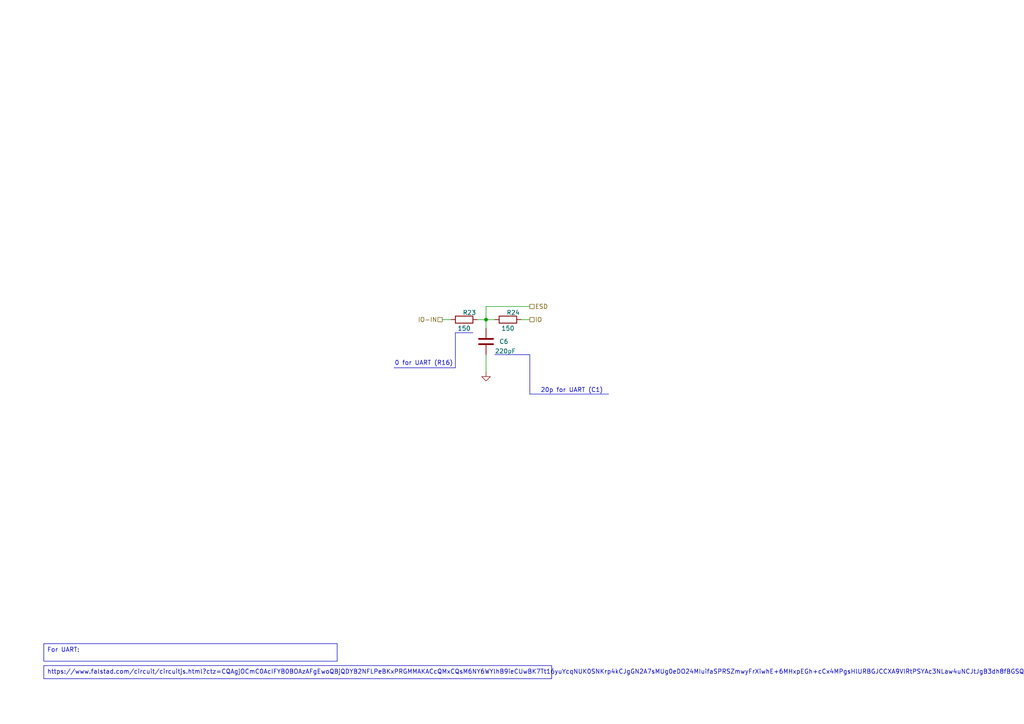
<source format=kicad_sch>
(kicad_sch (version 20250114) (generator "eeschema") (generator_version "9.0")
  (paper "A4")
  (lib_symbols
    (symbol "Device:C" (pin_numbers (hide yes)) (pin_names (offset 0.254))
      (property "Reference" "C" (at 0.635 2.54 0))
      (property "Value" "C" (at 0.635 -2.54 0))
      (symbol "C_0_1"
        (polyline (pts (xy -2.032 0.762) (xy 2.032 0.762)) (stroke (width 0.508)))
        (polyline (pts (xy -2.032 -0.762) (xy 2.032 -0.762)) (stroke (width 0.508)))
      )
      (symbol "C_1_1"
        (pin passive line (at 0 3.81 270) (length 2.794) (name "~") (number "1"))
        (pin passive line (at 0 -3.81 90) (length 2.794) (name "~") (number "2"))
      )
    )
    (symbol "Device:R" (pin_numbers (hide yes)) (pin_names (offset 0))
      (property "Reference" "R" (at 2.032 0 90))
      (property "Value" "R" (at 0 0 90))
      (symbol "R_0_1"
        (rectangle (start -1.016 -2.54) (end 1.016 2.54) (stroke (width 0.254)))
      )
      (symbol "R_1_1"
        (pin passive line (at 0 3.81 270) (length 1.27) (name "~") (number "1"))
        (pin passive line (at 0 -3.81 90) (length 1.27) (name "~") (number "2"))
      )
    )
    (symbol "power:GND" (power) (pin_numbers (hide yes)) (pin_names (offset 0) (hide yes))
      (property "Value" "GND" (at 0 -3.81 0))
      (symbol "GND_0_1"
        (polyline (pts (xy 0 0) (xy 0 -1.27) (xy 1.27 -1.27) (xy 0 -2.54) (xy -1.27 -1.27) (xy 0 -1.27)))
      )
      (symbol "GND_1_1"
        (pin power_in line (at 0 0 270) (length 0) (name "~") (number "1"))
      )
    )
  )
  (text "0 for UART (R16)" (at 122.936 105.41 0) (effects (font (size 1.27 1.27))))
  (text "20p for UART (C1)" (at 165.862 113.284 0) (effects (font (size 1.27 1.27))))
  (text_box "https://www.falstad.com/circuit/circuitjs.html?ctz=CQAgjOCmC0AcIFYB0BOAzAFgEwoQBjQDYB2NFLPeBKxPRGMMAKACcQMxCQsM6NY6WYlhB9ieCUwBK7Tt16yuYcqNUK0SNKrp4kCJgGN2A7sMUg0eDO24MIuifaSPRSZmwyFrXiwhE+6MHxpEGh+cCx4MPgsHlURBGJCCXA9VIRtPSYAc3NLaw4uNCJtJgB3dh8fBGSQAPK6uKq4oRE8BsIWs06C+tzC9hQuAb94HUNjPh8BjCGbLDtXFwc8J2YZGbQRAbRYax12Og0tA919DzkMLcnK-fZxSQuuHpvCGrUH9o25F5Gk7UOFk0ALOE34dDewx+sHg1gW0EYS1WSLWOXMhBh5mEpw6cU83ia73aTxAsEuJj2Y3uEi+5jJUK4SSpfCOwNOWSM4NJ4QGML4tgRTmWzmRumY-TkfPMKDAbVEuO87xelPlJLAElhJnVCjENJCA3VlGltQO6jZmX0nK1Vj4cnVZjhixWQtFblYN21ELintUQXaEqUeAddu1pQqyvCLx97SMaD8dWscZEYAwBQFiOdKPluST4FTvmTKnGvC0xD2pMCsCaRqOAH0MLW8LXZQgMAhGyLVh2aWBawja1ha2ghw1WtyYmZo6OzCqx5D5RU5+8x-j5QBlcC1MfXMeBEAAMwAhgAbADOkHiaJ3mOuxS44xkO-e1zA-1NrJOFqYp9M2x8Y93VQjzPSBv03QQzAAsw92A88mH3UJ8lCCgokYERoBQiw2iQT4aTwvChSwNEU2sEi8zhGsF3I8BZWo+o2FzI54wCalJEfeMmPQ8J3yBT8dCyAAHEBSC4OA6BE4wLABQ18I6TExOEkoFP9RThngCS0LDRpvAJaxlLkqITBefSZBqOhoGqWpoDmHjjhBLI2DM0JLPMuRAjwhonIRLgnPqAAXCsIngMjZSpexfRSAATSAjwAV2PPz3S1SJQnCUL4goBplHQzDdj02J9k82pmh01Vf3AG0PUqwJgjYMcVS5FUauJG4VQjMLavK+cuXnZr3R6pVCXvcBOpXaYTFXPqPAmkrbl9TqyJ8XMWL9fqTDnLo5VWurIIddboJG9oAHtuE3KTeBQGgHAyOgMkTU7BHOm6mCAA" (at 12.7 193.04 0) (size 147.32 3.81) (margins 0.9525 0.9525 0.9525 0.9525) (effects (font (size 1.27 1.27)) (justify left top)))
  (text_box "For UART:" (at 12.7 186.69 0) (size 85.09 5.08) (margins 0.9525 0.9525 0.9525 0.9525) (effects (font (size 1.27 1.27)) (justify left top)))
  (junction (at 140.97 92.71))
  (polyline (pts (xy 153.67 102.87) (xy 153.67 114.3)))
  (polyline (pts (xy 143.51 102.87) (xy 153.67 102.87)))
  (wire (pts (xy 140.97 88.9) (xy 153.67 88.9)))
  (wire (pts (xy 140.97 88.9) (xy 140.97 92.71)))
  (wire (pts (xy 140.97 102.87) (xy 140.97 107.95)))
  (wire (pts (xy 140.97 92.71) (xy 140.97 95.25)))
  (polyline (pts (xy 153.67 114.3) (xy 176.53 114.3)))
  (wire (pts (xy 140.97 92.71) (xy 143.51 92.71)))
  (wire (pts (xy 128.27 92.71) (xy 130.81 92.71)))
  (wire (pts (xy 151.13 92.71) (xy 153.67 92.71)))
  (polyline (pts (xy 132.08 106.68) (xy 132.08 96.52)))
  (polyline (pts (xy 132.08 96.52) (xy 137.16 96.52)))
  (wire (pts (xy 138.43 92.71) (xy 140.97 92.71)))
  (polyline (pts (xy 114.3 106.68) (xy 132.08 106.68)))
  (hierarchical_label "ESD" (shape passive) (at 153.67 88.9 0))
  (hierarchical_label "IO-IN" (shape passive) (at 128.27 92.71 180))
  (hierarchical_label "IO" (shape passive) (at 153.67 92.71 0))
  (symbol (lib_id "power:GND") (at 140.97 107.95 0) (unit 1)
    (property "Reference" "#PWR023" (effects (hide yes)))
    (property "Value" "GND" (effects (hide yes)))
    (property "Description" "Power symbol creates a global label with name \"GND\" , ground" (effects (hide yes)))
    (instances (project "io-board" (path "" (reference "#PWR038") (unit 1)) (path "" (reference "#PWR039") (unit 1)) (path "" (reference "#PWR024") (unit 1)) (path "" (reference "#PWR044") (unit 1)) (path "" (reference "#PWR042") (unit 1)) (path "" (reference "#PWR045") (unit 1)) (path "" (reference "#PWR025") (unit 1)) (path "" (reference "#PWR040") (unit 1)) (path "" (reference "#PWR041") (unit 1)) (path "" (reference "#PWR043") (unit 1)) (path "" (reference "#PWR029") (unit 1)) (path "" (reference "#PWR037") (unit 1)) (path "" (reference "#PWR023") (unit 1))))
  )
  (symbol (lib_id "Device:R") (at 147.32 92.71 90) (unit 1)
    (property "Reference" "R13" (at 148.844 90.678 90))
    (property "Value" "150" (at 147.32 95.25 90))
    (property "Footprint" "Resistor_SMD:R_0805_2012Metric_Pad1.20x1.40mm_HandSolder" (effects (hide yes)))
    (property "Description" "Resistor" (effects (hide yes)))
    (instances (project "io-board" (path "" (reference "R24") (unit 1)) (path "" (reference "R26") (unit 1)) (path "" (reference "R15") (unit 1)) (path "" (reference "R36") (unit 1)) (path "" (reference "R32") (unit 1)) (path "" (reference "R38") (unit 1)) (path "" (reference "R17") (unit 1)) (path "" (reference "R28") (unit 1)) (path "" (reference "R30") (unit 1)) (path "" (reference "R34") (unit 1)) (path "" (reference "R19") (unit 1)) (path "" (reference "R21") (unit 1)) (path "" (reference "R13") (unit 1))))
  )
  (symbol (lib_id "Device:R") (at 134.62 92.71 90) (unit 1)
    (property "Reference" "R12" (at 136.144 90.678 90))
    (property "Value" "150" (at 134.62 95.25 90))
    (property "Footprint" "Resistor_SMD:R_0805_2012Metric_Pad1.20x1.40mm_HandSolder" (effects (hide yes)))
    (property "Description" "Resistor" (effects (hide yes)))
    (instances (project "io-board" (path "" (reference "R23") (unit 1)) (path "" (reference "R25") (unit 1)) (path "" (reference "R14") (unit 1)) (path "" (reference "R35") (unit 1)) (path "" (reference "R31") (unit 1)) (path "" (reference "R37") (unit 1)) (path "" (reference "R16") (unit 1)) (path "" (reference "R27") (unit 1)) (path "" (reference "R29") (unit 1)) (path "" (reference "R33") (unit 1)) (path "" (reference "R18") (unit 1)) (path "" (reference "R20") (unit 1)) (path "" (reference "R12") (unit 1))))
  )
  (symbol (lib_id "Device:C") (at 140.97 99.06 0) (unit 1)
    (property "Reference" "C3" (at 144.78 99.0599 0) (effects (justify left)))
    (property "Value" "220pF" (at 143.51 101.854 0) (effects (justify left)))
    (property "Footprint" "Capacitor_SMD:C_0805_2012Metric_Pad1.18x1.45mm_HandSolder" (effects (hide yes)))
    (property "Description" "Unpolarized capacitor" (effects (hide yes)))
    (instances (project "io-board" (path "" (reference "C6") (unit 1)) (path "" (reference "C7") (unit 1)) (path "" (reference "C2") (unit 1)) (path "" (reference "C12") (unit 1)) (path "" (reference "C10") (unit 1)) (path "" (reference "C13") (unit 1)) (path "" (reference "C1") (unit 1)) (path "" (reference "C8") (unit 1)) (path "" (reference "C9") (unit 1)) (path "" (reference "C11") (unit 1)) (path "" (reference "C4") (unit 1)) (path "" (reference "C5") (unit 1)) (path "" (reference "C3") (unit 1))))
  )
)
</source>
